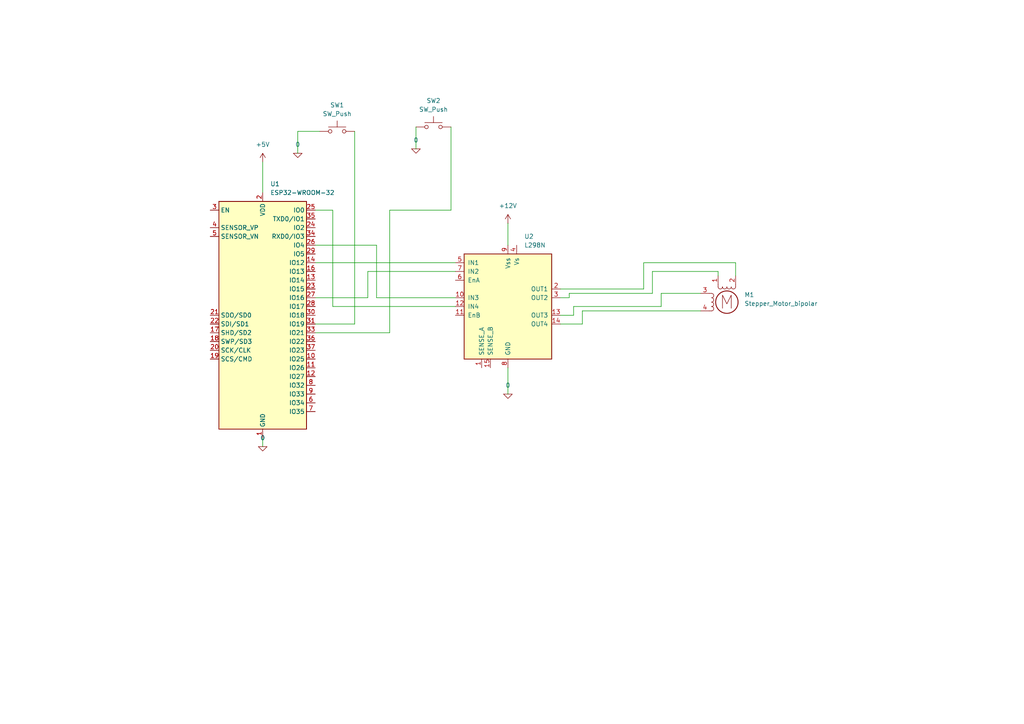
<source format=kicad_sch>
(kicad_sch (version 20231120) (generator "eeschema") (generator_version "8.0")
  (paper "A4")
  (lib_symbols
    (symbol "Driver_Motor:L298N" (pin_names (offset 1.016))
      (property "Reference" "U" (at -10.16 16.51 0))
      (property "Value" "L298N" (at 12.7 16.51 0))
      (symbol "L298N_0_1"
        (rectangle (start -12.7 15.24) (end 12.7 -15.24) (stroke (width 0.254)) (fill (type background)))
      )
      (symbol "L298N_1_1"
        (pin power_in line (at -7.62 -17.78 90) (length 2.54) (name "SENSE_A") (number "1"))
        (pin input line (at -15.24 2.54 0) (length 2.54) (name "IN3") (number "10"))
        (pin input line (at -15.24 -2.54 0) (length 2.54) (name "EnB") (number "11"))
        (pin input line (at -15.24 0 0) (length 2.54) (name "IN4") (number "12"))
        (pin output line (at 15.24 -2.54 180) (length 2.54) (name "OUT3") (number "13"))
        (pin output line (at 15.24 -5.08 180) (length 2.54) (name "OUT4") (number "14"))
        (pin power_in line (at -5.08 -17.78 90) (length 2.54) (name "SENSE_B") (number "15"))
        (pin output line (at 15.24 5.08 180) (length 2.54) (name "OUT1") (number "2"))
        (pin output line (at 15.24 2.54 180) (length 2.54) (name "OUT2") (number "3"))
        (pin power_in line (at 2.54 17.78 270) (length 2.54) (name "Vs") (number "4"))
        (pin input line (at -15.24 12.7 0) (length 2.54) (name "IN1") (number "5"))
        (pin input line (at -15.24 7.62 0) (length 2.54) (name "EnA") (number "6"))
        (pin input line (at -15.24 10.16 0) (length 2.54) (name "IN2") (number "7"))
        (pin power_in line (at 0 -17.78 90) (length 2.54) (name "GND") (number "8"))
        (pin power_in line (at 0 17.78 270) (length 2.54) (name "Vss") (number "9"))
      )
    )
    (symbol "Motor:Stepper_Motor_bipolar" (pin_names (offset 0) hide)
      (property "Reference" "M" (at 3.81 2.54 0))
      (property "Value" "Stepper_Motor_bipolar" (at 3.81 1.27 0))
      (symbol "Stepper_Motor_bipolar_0_0"
        (polyline (pts (xy -1.27 -1.778) (xy -1.27 2.032) (xy 0 -0.508) (xy 1.27 2.032) (xy 1.27 -1.778)))
      )
      (symbol "Stepper_Motor_bipolar_0_1"
        (arc (start -4.445 -2.54) (mid -3.8127 -1.905) (end -4.445 -1.27))
        (arc (start -4.445 -1.27) (mid -3.8127 -0.635) (end -4.445 0))
        (arc (start -4.445 0) (mid -3.8127 0.635) (end -4.445 1.27))
        (arc (start -4.445 1.27) (mid -3.8127 1.905) (end -4.445 2.54))
        (arc (start -2.54 4.445) (mid -1.905 3.8127) (end -1.27 4.445))
        (arc (start -1.27 4.445) (mid -0.635 3.8127) (end 0 4.445))
        (polyline (pts (xy -5.08 -2.54) (xy -4.445 -2.54)))
        (polyline (pts (xy -5.08 2.54) (xy -4.445 2.54)))
        (polyline (pts (xy -2.54 5.08) (xy -2.54 4.445)))
        (polyline (pts (xy 2.54 5.08) (xy 2.54 4.445)))
        (circle (center 0 0) (radius 3.2512) (stroke (width 0.254)))
        (arc (start 0 4.445) (mid 0.635 3.8127) (end 1.27 4.445))
        (arc (start 1.27 4.445) (mid 1.905 3.8127) (end 2.54 4.445))
      )
      (symbol "Stepper_Motor_bipolar_1_1"
        (pin passive line (at -2.54 7.62 270) (length 2.54) (name "~") (number "1"))
        (pin passive line (at 2.54 7.62 270) (length 2.54) (name "-") (number "2"))
        (pin passive line (at -7.62 2.54 0) (length 2.54) (name "~") (number "3"))
        (pin passive line (at -7.62 -2.54 0) (length 2.54) (name "~") (number "4"))
      )
    )
    (symbol "RF_Module:ESP32-WROOM-32"
      (property "Reference" "U" (at -12.7 34.29 0))
      (property "Value" "ESP32-WROOM-32" (at 1.27 34.29 0))
      (symbol "ESP32-WROOM-32_0_1"
        (rectangle (start -12.7 33.02) (end 12.7 -33.02) (stroke (width 0.254)) (fill (type background)))
      )
      (symbol "ESP32-WROOM-32_1_1"
        (pin power_in line (at 0 -35.56 90) (length 2.54) (name "GND") (number "1"))
        (pin bidirectional line (at 15.24 -12.7 180) (length 2.54) (name "IO25") (number "10"))
        (pin bidirectional line (at 15.24 -15.24 180) (length 2.54) (name "IO26") (number "11"))
        (pin bidirectional line (at 15.24 -17.78 180) (length 2.54) (name "IO27") (number "12"))
        (pin bidirectional line (at 15.24 10.16 180) (length 2.54) (name "IO14") (number "13"))
        (pin bidirectional line (at 15.24 15.24 180) (length 2.54) (name "IO12") (number "14"))
        (pin passive line (at 0 -35.56 90) (length 2.54) hide (name "GND") (number "15"))
        (pin bidirectional line (at 15.24 12.7 180) (length 2.54) (name "IO13") (number "16"))
        (pin bidirectional line (at -15.24 -5.08 0) (length 2.54) (name "SHD/SD2") (number "17"))
        (pin bidirectional line (at -15.24 -7.62 0) (length 2.54) (name "SWP/SD3") (number "18"))
        (pin bidirectional line (at -15.24 -12.7 0) (length 2.54) (name "SCS/CMD") (number "19"))
        (pin power_in line (at 0 35.56 270) (length 2.54) (name "VDD") (number "2"))
        (pin bidirectional line (at -15.24 -10.16 0) (length 2.54) (name "SCK/CLK") (number "20"))
        (pin bidirectional line (at -15.24 0 0) (length 2.54) (name "SDO/SD0") (number "21"))
        (pin bidirectional line (at -15.24 -2.54 0) (length 2.54) (name "SDI/SD1") (number "22"))
        (pin bidirectional line (at 15.24 7.62 180) (length 2.54) (name "IO15") (number "23"))
        (pin bidirectional line (at 15.24 25.4 180) (length 2.54) (name "IO2") (number "24"))
        (pin bidirectional line (at 15.24 30.48 180) (length 2.54) (name "IO0") (number "25"))
        (pin bidirectional line (at 15.24 20.32 180) (length 2.54) (name "IO4") (number "26"))
        (pin bidirectional line (at 15.24 5.08 180) (length 2.54) (name "IO16") (number "27"))
        (pin bidirectional line (at 15.24 2.54 180) (length 2.54) (name "IO17") (number "28"))
        (pin bidirectional line (at 15.24 17.78 180) (length 2.54) (name "IO5") (number "29"))
        (pin input line (at -15.24 30.48 0) (length 2.54) (name "EN") (number "3"))
        (pin bidirectional line (at 15.24 0 180) (length 2.54) (name "IO18") (number "30"))
        (pin bidirectional line (at 15.24 -2.54 180) (length 2.54) (name "IO19") (number "31"))
        (pin no_connect line (at -12.7 -27.94 0) (length 2.54) hide (name "NC") (number "32"))
        (pin bidirectional line (at 15.24 -5.08 180) (length 2.54) (name "IO21") (number "33"))
        (pin bidirectional line (at 15.24 22.86 180) (length 2.54) (name "RXD0/IO3") (number "34"))
        (pin bidirectional line (at 15.24 27.94 180) (length 2.54) (name "TXD0/IO1") (number "35"))
        (pin bidirectional line (at 15.24 -7.62 180) (length 2.54) (name "IO22") (number "36"))
        (pin bidirectional line (at 15.24 -10.16 180) (length 2.54) (name "IO23") (number "37"))
        (pin passive line (at 0 -35.56 90) (length 2.54) hide (name "GND") (number "38"))
        (pin passive line (at 0 -35.56 90) (length 2.54) hide (name "GND") (number "39"))
        (pin input line (at -15.24 25.4 0) (length 2.54) (name "SENSOR_VP") (number "4"))
        (pin input line (at -15.24 22.86 0) (length 2.54) (name "SENSOR_VN") (number "5"))
        (pin input line (at 15.24 -25.4 180) (length 2.54) (name "IO34") (number "6"))
        (pin input line (at 15.24 -27.94 180) (length 2.54) (name "IO35") (number "7"))
        (pin bidirectional line (at 15.24 -20.32 180) (length 2.54) (name "IO32") (number "8"))
        (pin bidirectional line (at 15.24 -22.86 180) (length 2.54) (name "IO33") (number "9"))
      )
    )
    (symbol "Simulation_SPICE:0" (power) (pin_numbers hide) (pin_names (offset 0) hide)
      (property "Value" "0" (at 0 -2.54 0))
      (symbol "0_0_1"
        (polyline (pts (xy -1.27 0) (xy 0 -1.27) (xy 1.27 0) (xy -1.27 0)))
      )
      (symbol "0_1_1"
        (pin power_in line (at 0 0 0) (length 0) (name "~") (number "1"))
      )
    )
    (symbol "Switch:SW_Push" (pin_numbers hide) (pin_names (offset 1.016) hide)
      (property "Reference" "SW" (at 1.27 2.54 0))
      (property "Value" "SW_Push" (at 0 -1.524 0))
      (symbol "SW_Push_0_1"
        (circle (center -2.032 0) (radius 0.508))
        (polyline (pts (xy 0 1.27) (xy 0 3.048)))
        (polyline (pts (xy 2.54 1.27) (xy -2.54 1.27)))
        (circle (center 2.032 0) (radius 0.508))
        (pin passive line (at -5.08 0 0) (length 2.54) (name "1") (number "1"))
        (pin passive line (at 5.08 0 180) (length 2.54) (name "2") (number "2"))
      )
    )
    (symbol "power:+12V" (power) (pin_numbers hide) (pin_names (offset 0) hide)
      (property "Value" "+12V" (at 0 3.556 0))
      (symbol "+12V_0_1"
        (polyline (pts (xy -0.762 1.27) (xy 0 2.54)))
        (polyline (pts (xy 0 0) (xy 0 2.54)))
        (polyline (pts (xy 0 2.54) (xy 0.762 1.27)))
      )
      (symbol "+12V_1_1"
        (pin power_in line (at 0 0 90) (length 0) (name "~") (number "1"))
      )
    )
    (symbol "power:+5V" (power) (pin_numbers hide) (pin_names (offset 0) hide)
      (property "Value" "+5V" (at 0 3.556 0))
      (symbol "+5V_0_1"
        (polyline (pts (xy -0.762 1.27) (xy 0 2.54)))
        (polyline (pts (xy 0 0) (xy 0 2.54)))
        (polyline (pts (xy 0 2.54) (xy 0.762 1.27)))
      )
      (symbol "+5V_1_1"
        (pin power_in line (at 0 0 90) (length 0) (name "~") (number "1"))
      )
    )
  )
  (wire (pts (xy 147.32 106.68) (xy 147.32 114.3)))
  (wire (pts (xy 186.69 76.2) (xy 213.36 76.2)))
  (wire (pts (xy 162.56 83.82) (xy 186.69 83.82)))
  (wire (pts (xy 113.03 96.52) (xy 91.44 96.52)))
  (wire (pts (xy 130.81 60.96) (xy 113.03 60.96)))
  (wire (pts (xy 106.68 78.74) (xy 106.68 86.36)))
  (wire (pts (xy 113.03 60.96) (xy 113.03 96.52)))
  (wire (pts (xy 96.52 88.9) (xy 132.08 88.9)))
  (wire (pts (xy 191.77 85.09) (xy 191.77 88.9)))
  (wire (pts (xy 168.91 90.17) (xy 168.91 93.98)))
  (wire (pts (xy 92.71 38.1) (xy 86.36 38.1)))
  (wire (pts (xy 165.1 86.36) (xy 162.56 86.36)))
  (wire (pts (xy 189.23 85.09) (xy 189.23 78.74)))
  (wire (pts (xy 189.23 78.74) (xy 208.28 78.74)))
  (wire (pts (xy 91.44 86.36) (xy 106.68 86.36)))
  (wire (pts (xy 76.2 127) (xy 76.2 129.54)))
  (wire (pts (xy 130.81 36.83) (xy 130.81 60.96)))
  (wire (pts (xy 96.52 60.96) (xy 91.44 60.96)))
  (wire (pts (xy 91.44 76.2) (xy 132.08 76.2)))
  (wire (pts (xy 166.37 91.44) (xy 162.56 91.44)))
  (wire (pts (xy 213.36 76.2) (xy 213.36 80.01)))
  (wire (pts (xy 132.08 86.36) (xy 109.22 86.36)))
  (wire (pts (xy 102.87 93.98) (xy 91.44 93.98)))
  (wire (pts (xy 109.22 86.36) (xy 109.22 71.12)))
  (wire (pts (xy 186.69 83.82) (xy 186.69 76.2)))
  (wire (pts (xy 120.65 36.83) (xy 120.65 43.18)))
  (wire (pts (xy 147.32 64.77) (xy 147.32 71.12)))
  (wire (pts (xy 165.1 85.09) (xy 165.1 86.36)))
  (wire (pts (xy 86.36 38.1) (xy 86.36 44.45)))
  (wire (pts (xy 203.2 85.09) (xy 191.77 85.09)))
  (wire (pts (xy 102.87 38.1) (xy 102.87 93.98)))
  (wire (pts (xy 203.2 90.17) (xy 168.91 90.17)))
  (wire (pts (xy 208.28 78.74) (xy 208.28 80.01)))
  (wire (pts (xy 191.77 88.9) (xy 166.37 88.9)))
  (wire (pts (xy 76.2 46.99) (xy 76.2 55.88)))
  (wire (pts (xy 166.37 88.9) (xy 166.37 91.44)))
  (wire (pts (xy 132.08 78.74) (xy 106.68 78.74)))
  (wire (pts (xy 162.56 93.98) (xy 168.91 93.98)))
  (wire (pts (xy 96.52 88.9) (xy 96.52 60.96)))
  (wire (pts (xy 109.22 71.12) (xy 91.44 71.12)))
  (wire (pts (xy 165.1 85.09) (xy 189.23 85.09)))
  (symbol (lib_id "Motor:Stepper_Motor_bipolar") (at 210.82 87.63 0) (unit 1)
    (property "Reference" "M1" (at 215.9 85.509 0) (effects (justify left)))
    (property "Value" "Stepper_Motor_bipolar" (at 215.9 88.049 0) (effects (justify left)))
    (property "Datasheet" "http://www.infineon.com/dgdl/Application-Note-TLE8110EE_driving_UniPolarStepperMotor_V1.1.pdf?fileId=db3a30431be39b97011be5d0aa0a00b0" (effects (hide yes)))
    (property "Description" "4-wire bipolar stepper motor" (effects (hide yes)))
  )
  (symbol (lib_id "Simulation_SPICE:0") (at 86.36 44.45 0) (unit 1)
    (property "Reference" "#GND03" (effects (hide yes)))
    (property "Value" "0" (at 86.36 41.91 0))
    (property "Datasheet" "https://ngspice.sourceforge.io/docs/ngspice-html-manual/manual.xhtml#subsec_Circuit_elements__device" (effects (hide yes)))
    (property "Description" "0V reference potential for simulation" (effects (hide yes)))
  )
  (symbol (lib_id "power:+12V") (at 147.32 64.77 0) (unit 1)
    (property "Reference" "#PWR01" (effects (hide yes)))
    (property "Value" "+12V" (at 147.32 59.69 0))
    (property "Description" "Power symbol creates a global label with name \"+12V\"" (effects (hide yes)))
  )
  (symbol (lib_id "Switch:SW_Push") (at 97.79 38.1 0) (unit 1)
    (property "Reference" "SW1" (at 97.79 30.48 0))
    (property "Value" "SW_Push" (at 97.79 33.02 0))
    (property "Description" "Push button switch, generic, two pins" (effects (hide yes)))
  )
  (symbol (lib_id "RF_Module:ESP32-WROOM-32") (at 76.2 91.44 0) (unit 1)
    (property "Reference" "U1" (at 78.3941 53.34 0) (effects (justify left)))
    (property "Value" "ESP32-WROOM-32" (at 78.3941 55.88 0) (effects (justify left)))
    (property "Footprint" "RF_Module:ESP32-WROOM-32" (effects (hide yes)))
    (property "Datasheet" "https://www.espressif.com/sites/default/files/documentation/esp32-wroom-32_datasheet_en.pdf" (effects (hide yes)))
    (property "Description" "RF Module, ESP32-D0WDQ6 SoC, Wi-Fi 802.11b/g/n, Bluetooth, BLE, 32-bit, 2.7-3.6V, onboard antenna, SMD" (effects (hide yes)))
  )
  (symbol (lib_id "Switch:SW_Push") (at 125.73 36.83 0) (unit 1)
    (property "Reference" "SW2" (at 125.73 29.21 0))
    (property "Value" "SW_Push" (at 125.73 31.75 0))
    (property "Description" "Push button switch, generic, two pins" (effects (hide yes)))
  )
  (symbol (lib_id "Simulation_SPICE:0") (at 76.2 129.54 0) (unit 1)
    (property "Reference" "#GND01" (effects (hide yes)))
    (property "Value" "0" (at 76.2 127 0))
    (property "Datasheet" "https://ngspice.sourceforge.io/docs/ngspice-html-manual/manual.xhtml#subsec_Circuit_elements__device" (effects (hide yes)))
    (property "Description" "0V reference potential for simulation" (effects (hide yes)))
  )
  (symbol (lib_id "power:+5V") (at 76.2 46.99 0) (unit 1)
    (property "Reference" "#PWR02" (effects (hide yes)))
    (property "Value" "+5V" (at 76.2 41.91 0))
    (property "Description" "Power symbol creates a global label with name \"+5V\"" (effects (hide yes)))
  )
  (symbol (lib_id "Simulation_SPICE:0") (at 120.65 43.18 0) (unit 1)
    (property "Reference" "#GND04" (effects (hide yes)))
    (property "Value" "0" (at 120.65 40.64 0))
    (property "Datasheet" "https://ngspice.sourceforge.io/docs/ngspice-html-manual/manual.xhtml#subsec_Circuit_elements__device" (effects (hide yes)))
    (property "Description" "0V reference potential for simulation" (effects (hide yes)))
  )
  (symbol (lib_id "Simulation_SPICE:0") (at 147.32 114.3 0) (unit 1)
    (property "Reference" "#GND02" (effects (hide yes)))
    (property "Value" "0" (at 147.32 111.76 0))
    (property "Datasheet" "https://ngspice.sourceforge.io/docs/ngspice-html-manual/manual.xhtml#subsec_Circuit_elements__device" (effects (hide yes)))
    (property "Description" "0V reference potential for simulation" (effects (hide yes)))
  )
  (symbol (lib_id "Driver_Motor:L298N") (at 147.32 88.9 0) (unit 1)
    (property "Reference" "U2" (at 152.0541 68.58 0) (effects (justify left)))
    (property "Value" "L298N" (at 152.0541 71.12 0) (effects (justify left)))
    (property "Footprint" "Package_TO_SOT_THT:TO-220-15_P2.54x2.54mm_StaggerOdd_Lead4.58mm_Vertical" (effects (hide yes)))
    (property "Datasheet" "http://www.st.com/st-web-ui/static/active/en/resource/technical/document/datasheet/CD00000240.pdf" (effects (hide yes)))
    (property "Description" "Dual full bridge motor driver, up to 46V, 4A, Multiwatt15-V" (effects (hide yes)))
  )
)
</source>
